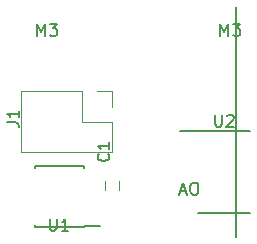
<source format=gto>
G04 #@! TF.FileFunction,Legend,Top*
%FSLAX46Y46*%
G04 Gerber Fmt 4.6, Leading zero omitted, Abs format (unit mm)*
G04 Created by KiCad (PCBNEW 4.0.6) date Fri Jul 21 15:48:13 2017*
%MOMM*%
%LPD*%
G01*
G04 APERTURE LIST*
%ADD10C,0.100000*%
%ADD11C,0.200000*%
%ADD12C,0.120000*%
%ADD13C,0.150000*%
G04 APERTURE END LIST*
D10*
D11*
X75930000Y-50295000D02*
X75930000Y-59295000D01*
X75930000Y-50295000D02*
X75930000Y-39795000D01*
D12*
X62865000Y-46930000D02*
X57725000Y-46930000D01*
X57725000Y-46930000D02*
X57725000Y-52130000D01*
X57725000Y-52130000D02*
X65465000Y-52130000D01*
X65465000Y-52130000D02*
X65465000Y-49530000D01*
X65465000Y-49530000D02*
X62865000Y-49530000D01*
X62865000Y-49530000D02*
X62865000Y-46930000D01*
X64135000Y-46930000D02*
X65465000Y-46930000D01*
X65465000Y-46930000D02*
X65465000Y-48260000D01*
D13*
X63035000Y-58455000D02*
X63035000Y-58405000D01*
X58885000Y-58455000D02*
X58885000Y-58310000D01*
X58885000Y-53305000D02*
X58885000Y-53450000D01*
X63035000Y-53305000D02*
X63035000Y-53450000D01*
X63035000Y-58455000D02*
X58885000Y-58455000D01*
X63035000Y-53305000D02*
X58885000Y-53305000D01*
X63035000Y-58405000D02*
X64435000Y-58405000D01*
D12*
X66005000Y-54580000D02*
X66005000Y-55280000D01*
X64805000Y-55280000D02*
X64805000Y-54580000D01*
D13*
X72705000Y-57245000D02*
X77155000Y-57245000D01*
X71180000Y-50345000D02*
X77155000Y-50345000D01*
X56547381Y-49593333D02*
X57261667Y-49593333D01*
X57404524Y-49640953D01*
X57499762Y-49736191D01*
X57547381Y-49879048D01*
X57547381Y-49974286D01*
X57547381Y-48593333D02*
X57547381Y-49164762D01*
X57547381Y-48879048D02*
X56547381Y-48879048D01*
X56690238Y-48974286D01*
X56785476Y-49069524D01*
X56833095Y-49164762D01*
X60168095Y-57747381D02*
X60168095Y-58556905D01*
X60215714Y-58652143D01*
X60263333Y-58699762D01*
X60358571Y-58747381D01*
X60549048Y-58747381D01*
X60644286Y-58699762D01*
X60691905Y-58652143D01*
X60739524Y-58556905D01*
X60739524Y-57747381D01*
X61739524Y-58747381D02*
X61168095Y-58747381D01*
X61453809Y-58747381D02*
X61453809Y-57747381D01*
X61358571Y-57890238D01*
X61263333Y-57985476D01*
X61168095Y-58033095D01*
X74620476Y-42247381D02*
X74620476Y-41247381D01*
X74953810Y-41961667D01*
X75287143Y-41247381D01*
X75287143Y-42247381D01*
X75668095Y-41247381D02*
X76287143Y-41247381D01*
X75953809Y-41628333D01*
X76096667Y-41628333D01*
X76191905Y-41675952D01*
X76239524Y-41723571D01*
X76287143Y-41818810D01*
X76287143Y-42056905D01*
X76239524Y-42152143D01*
X76191905Y-42199762D01*
X76096667Y-42247381D01*
X75810952Y-42247381D01*
X75715714Y-42199762D01*
X75668095Y-42152143D01*
X65127143Y-52241666D02*
X65174762Y-52289285D01*
X65222381Y-52432142D01*
X65222381Y-52527380D01*
X65174762Y-52670238D01*
X65079524Y-52765476D01*
X64984286Y-52813095D01*
X64793810Y-52860714D01*
X64650952Y-52860714D01*
X64460476Y-52813095D01*
X64365238Y-52765476D01*
X64270000Y-52670238D01*
X64222381Y-52527380D01*
X64222381Y-52432142D01*
X64270000Y-52289285D01*
X64317619Y-52241666D01*
X65222381Y-51289285D02*
X65222381Y-51860714D01*
X65222381Y-51575000D02*
X64222381Y-51575000D01*
X64365238Y-51670238D01*
X64460476Y-51765476D01*
X64508095Y-51860714D01*
X59120476Y-42247381D02*
X59120476Y-41247381D01*
X59453810Y-41961667D01*
X59787143Y-41247381D01*
X59787143Y-42247381D01*
X60168095Y-41247381D02*
X60787143Y-41247381D01*
X60453809Y-41628333D01*
X60596667Y-41628333D01*
X60691905Y-41675952D01*
X60739524Y-41723571D01*
X60787143Y-41818810D01*
X60787143Y-42056905D01*
X60739524Y-42152143D01*
X60691905Y-42199762D01*
X60596667Y-42247381D01*
X60310952Y-42247381D01*
X60215714Y-42199762D01*
X60168095Y-42152143D01*
X71223095Y-55421667D02*
X71699286Y-55421667D01*
X71127857Y-55707381D02*
X71461190Y-54707381D01*
X71794524Y-55707381D01*
X72318333Y-54707381D02*
X72508810Y-54707381D01*
X72604048Y-54755000D01*
X72699286Y-54850238D01*
X72746905Y-55040714D01*
X72746905Y-55374048D01*
X72699286Y-55564524D01*
X72604048Y-55659762D01*
X72508810Y-55707381D01*
X72318333Y-55707381D01*
X72223095Y-55659762D01*
X72127857Y-55564524D01*
X72080238Y-55374048D01*
X72080238Y-55040714D01*
X72127857Y-54850238D01*
X72223095Y-54755000D01*
X72318333Y-54707381D01*
X74168095Y-48947381D02*
X74168095Y-49756905D01*
X74215714Y-49852143D01*
X74263333Y-49899762D01*
X74358571Y-49947381D01*
X74549048Y-49947381D01*
X74644286Y-49899762D01*
X74691905Y-49852143D01*
X74739524Y-49756905D01*
X74739524Y-48947381D01*
X75168095Y-49042619D02*
X75215714Y-48995000D01*
X75310952Y-48947381D01*
X75549048Y-48947381D01*
X75644286Y-48995000D01*
X75691905Y-49042619D01*
X75739524Y-49137857D01*
X75739524Y-49233095D01*
X75691905Y-49375952D01*
X75120476Y-49947381D01*
X75739524Y-49947381D01*
M02*

</source>
